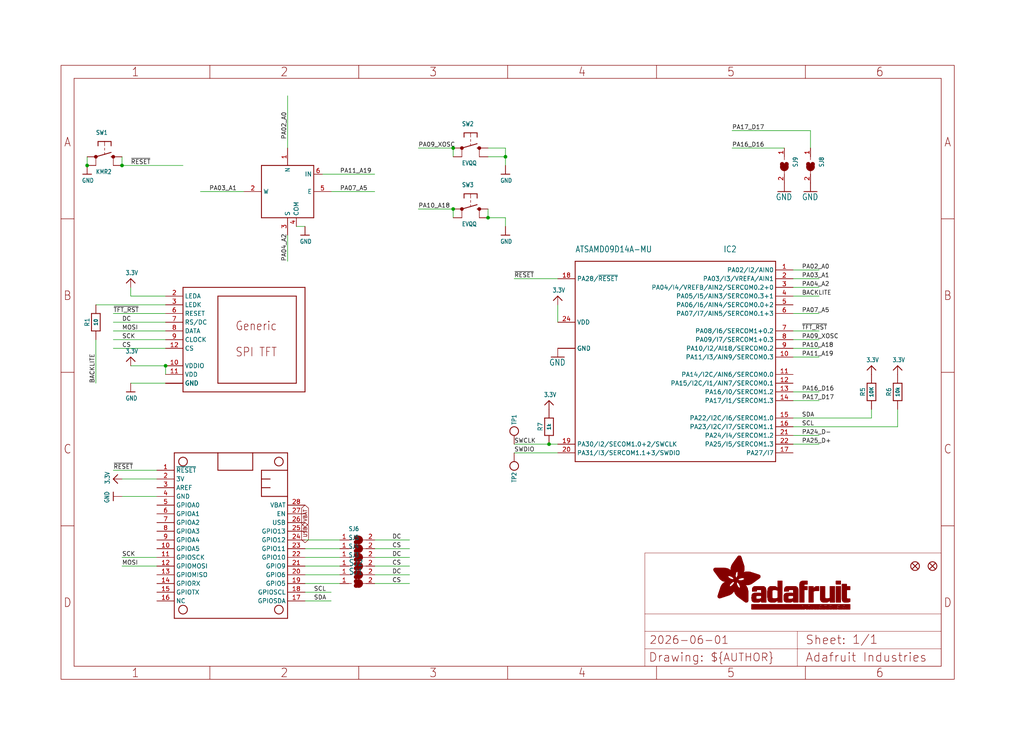
<source format=kicad_sch>
(kicad_sch (version 20230121) (generator eeschema)
  (paper "User" 298.45 217.322)
  (lib_symbols
    (symbol "working-eagle-import:3.3V" (power)
      (property "Value" "3.3V" (at -1.524 1.016 0))
      (symbol "3.3V_1_0"
        (pin power_in line (at 0 -2.54 90) (length 2.54) (name "3.3V") (number "1"))
      )
    )
    (symbol "working-eagle-import:ATSAMD09D14A-MU"
      (property "Reference" "IC" (at 12.7 33.02 0))
      (symbol "ATSAMD09D14A-MU_1_0"
        (pin bidirectional line (at 33.02 27.94 180) (length 5.08) (name "PA02/I2/AIN0") (number "1"))
        (pin bidirectional line (at 33.02 2.54 180) (length 5.08) (name "PA11/I3/AIN9/SERCOM0.3") (number "10"))
        (pin bidirectional line (at 33.02 -2.54 180) (length 5.08) (name "PA14/I2C/AIN6/SERCOM0.0") (number "11"))
        (pin bidirectional line (at 33.02 -5.08 180) (length 5.08) (name "PA15/I2C/I1/AIN7/SERCOM0.1") (number "12"))
        (pin bidirectional line (at 33.02 -7.62 180) (length 5.08) (name "PA16/I0/SERCOM1.2") (number "13"))
        (pin bidirectional line (at 33.02 -10.16 180) (length 5.08) (name "PA17/I1/SERCOM1.3") (number "14"))
        (pin bidirectional line (at 33.02 -15.24 180) (length 5.08) (name "PA22/I2C/I6/SERCOM1.0") (number "15"))
        (pin bidirectional line (at 33.02 -17.78 180) (length 5.08) (name "PA23/I2C/I7/SERCOM1.1") (number "16"))
        (pin bidirectional line (at 33.02 -25.4 180) (length 5.08) (name "PA27/I7") (number "17"))
        (pin bidirectional line (at -35.56 25.4 0) (length 5.08) (name "PA28/~{RESET}") (number "18"))
        (pin bidirectional line (at -35.56 -22.86 0) (length 5.08) (name "PA30/I2/SECOM1.0+2/SWCLK") (number "19"))
        (pin bidirectional line (at 33.02 25.4 180) (length 5.08) (name "PA03/I3/VREFA/AIN1") (number "2"))
        (pin bidirectional line (at -35.56 -25.4 0) (length 5.08) (name "PA31/I3/SERCOM1.1+3/SWDIO") (number "20"))
        (pin bidirectional line (at 33.02 -20.32 180) (length 5.08) (name "PA24/I4/SERCOM1.2") (number "21"))
        (pin bidirectional line (at 33.02 -22.86 180) (length 5.08) (name "PA25/I5/SERCOM1.3") (number "22"))
        (pin power_in line (at -35.56 5.08 0) (length 5.08) (name "GND") (number "23"))
        (pin power_in line (at -35.56 12.7 0) (length 5.08) (name "VDD") (number "24"))
        (pin bidirectional line (at 33.02 22.86 180) (length 5.08) (name "PA04/I4/VREFB/AIN2/SERCOM0.2+0") (number "3"))
        (pin bidirectional line (at 33.02 20.32 180) (length 5.08) (name "PA05/I5/AIN3/SERCOM0.3+1") (number "4"))
        (pin bidirectional line (at 33.02 17.78 180) (length 5.08) (name "PA06/I6/AIN4/SERCOM0.0+2") (number "5"))
        (pin bidirectional line (at 33.02 15.24 180) (length 5.08) (name "PA07/I7/AIN5/SERCOM0.1+3") (number "6"))
        (pin bidirectional line (at 33.02 10.16 180) (length 5.08) (name "PA08/I6/SERCOM1+0.2") (number "7"))
        (pin bidirectional line (at 33.02 7.62 180) (length 5.08) (name "PA09/I7/SERCOM1+0.3") (number "8"))
        (pin bidirectional line (at 33.02 5.08 180) (length 5.08) (name "PA10/I2/AI18/SERCOM0.2") (number "9"))
        (pin power_in line (at -35.56 5.08 0) (length 5.08) (name "GND") (number "THERM"))
      )
    )
    (symbol "working-eagle-import:DISP_LCD_0.9IN_160X80"
      (symbol "DISP_LCD_0.9IN_160X80_1_0"
        (text "Generic" (at -7.62 2.54 0) (effects (font (size 2.54 2.159)) (justify left bottom)))
        (text "SPI TFT" (at -7.62 -5.08 0) (effects (font (size 2.54 2.159)) (justify left bottom)))
        (pin power_in line (at -27.94 -12.7 0) (length 5.08) (name "GND") (number "1"))
        (pin power_in line (at -27.94 -7.62 0) (length 5.08) (name "VDDIO") (number "10"))
        (pin power_in line (at -27.94 -10.16 0) (length 5.08) (name "VDD") (number "11"))
        (pin input line (at -27.94 -2.54 0) (length 5.08) (name "CS") (number "12"))
        (pin power_in line (at -27.94 -12.7 0) (length 5.08) (name "GND") (number "13"))
        (pin input line (at -27.94 12.7 0) (length 5.08) (name "LEDA") (number "2"))
        (pin input line (at -27.94 10.16 0) (length 5.08) (name "LEDK") (number "3"))
        (pin power_in line (at -27.94 -12.7 0) (length 5.08) (name "GND") (number "5"))
        (pin input line (at -27.94 7.62 0) (length 5.08) (name "RESET") (number "6"))
        (pin input line (at -27.94 5.08 0) (length 5.08) (name "RS/DC") (number "7"))
        (pin bidirectional line (at -27.94 2.54 0) (length 5.08) (name "DATA") (number "8"))
        (pin input line (at -27.94 0 0) (length 5.08) (name "CLOCK") (number "9"))
      )
    )
    (symbol "working-eagle-import:FEATHERWING"
      (symbol "FEATHERWING_1_0"
        (pin input line (at 5.08 -5.08 90) (length 5.08) (name "~{RESET}") (number "1"))
        (pin bidirectional line (at 27.94 -5.08 90) (length 5.08) (name "GPIOA5") (number "10"))
        (pin bidirectional line (at 30.48 -5.08 90) (length 5.08) (name "GPIOSCK") (number "11"))
        (pin bidirectional line (at 33.02 -5.08 90) (length 5.08) (name "GPIOMOSI") (number "12"))
        (pin bidirectional line (at 35.56 -5.08 90) (length 5.08) (name "GPIOMISO") (number "13"))
        (pin bidirectional line (at 38.1 -5.08 90) (length 5.08) (name "GPIORX") (number "14"))
        (pin bidirectional line (at 40.64 -5.08 90) (length 5.08) (name "GPIOTX") (number "15"))
        (pin passive line (at 43.18 -5.08 90) (length 5.08) (name "NC") (number "16"))
        (pin bidirectional line (at 43.18 38.1 270) (length 5.08) (name "GPIOSDA") (number "17"))
        (pin bidirectional line (at 40.64 38.1 270) (length 5.08) (name "GPIOSCL") (number "18"))
        (pin bidirectional line (at 38.1 38.1 270) (length 5.08) (name "GPIO5") (number "19"))
        (pin power_in line (at 7.62 -5.08 90) (length 5.08) (name "3V") (number "2"))
        (pin bidirectional line (at 35.56 38.1 270) (length 5.08) (name "GPIO6") (number "20"))
        (pin bidirectional line (at 33.02 38.1 270) (length 5.08) (name "GPIO9") (number "21"))
        (pin bidirectional line (at 30.48 38.1 270) (length 5.08) (name "GPIO10") (number "22"))
        (pin bidirectional line (at 27.94 38.1 270) (length 5.08) (name "GPIO11") (number "23"))
        (pin bidirectional line (at 25.4 38.1 270) (length 5.08) (name "GPIO12") (number "24"))
        (pin bidirectional line (at 22.86 38.1 270) (length 5.08) (name "GPIO13") (number "25"))
        (pin power_in line (at 20.32 38.1 270) (length 5.08) (name "USB") (number "26"))
        (pin passive line (at 17.78 38.1 270) (length 5.08) (name "EN") (number "27"))
        (pin power_in line (at 15.24 38.1 270) (length 5.08) (name "VBAT") (number "28"))
        (pin passive line (at 10.16 -5.08 90) (length 5.08) (name "AREF") (number "3"))
        (pin power_in line (at 12.7 -5.08 90) (length 5.08) (name "GND") (number "4"))
        (pin bidirectional line (at 15.24 -5.08 90) (length 5.08) (name "GPIOA0") (number "5"))
        (pin bidirectional line (at 17.78 -5.08 90) (length 5.08) (name "GPIOA1") (number "6"))
        (pin bidirectional line (at 20.32 -5.08 90) (length 5.08) (name "GPIOA2") (number "7"))
        (pin bidirectional line (at 22.86 -5.08 90) (length 5.08) (name "GPIOA3") (number "8"))
        (pin bidirectional line (at 25.4 -5.08 90) (length 5.08) (name "GPIOA4") (number "9"))
      )
    )
    (symbol "working-eagle-import:FIDUCIAL_1MM")
    (symbol "working-eagle-import:FRAME_A4_ADAFRUIT"
      (symbol "FRAME_A4_ADAFRUIT_1_0"
        (text "${#}/${##}" (at 230.505 10.16 0) (effects (font (size 2.54 2.54)) (justify left bottom)))
        (text "${AUTHOR}" (at 189.23 5.08 0) (effects (font (size 2.286 2.286)) (justify left bottom)))
        (text "${CURRENT_DATE}" (at 171.45 10.16 0) (effects (font (size 2.286 2.286)) (justify left bottom)))
        (text "${PROJECTNAME}" (at 171.45 15.24 0) (effects (font (size 2.54 2.54)) (justify left bottom)))
        (text "1" (at 21.6958 1.905 0) (effects (font (size 2.54 2.286))))
        (text "1" (at 21.6958 177.165 0) (effects (font (size 2.54 2.286))))
        (text "2" (at 65.0875 1.905 0) (effects (font (size 2.54 2.286))))
        (text "2" (at 65.0875 177.165 0) (effects (font (size 2.54 2.286))))
        (text "3" (at 108.4792 1.905 0) (effects (font (size 2.54 2.286))))
        (text "3" (at 108.4792 177.165 0) (effects (font (size 2.54 2.286))))
        (text "4" (at 151.8708 1.905 0) (effects (font (size 2.54 2.286))))
        (text "4" (at 151.8708 177.165 0) (effects (font (size 2.54 2.286))))
        (text "5" (at 195.2625 1.905 0) (effects (font (size 2.54 2.286))))
        (text "5" (at 195.2625 177.165 0) (effects (font (size 2.54 2.286))))
        (text "6" (at 238.6542 1.905 0) (effects (font (size 2.54 2.286))))
        (text "6" (at 238.6542 177.165 0) (effects (font (size 2.54 2.286))))
        (text "A" (at 1.905 156.6863 0) (effects (font (size 2.54 2.286))))
        (text "A" (at 258.445 156.6863 0) (effects (font (size 2.54 2.286))))
        (text "Adafruit Industries" (at 216.916 4.953 0) (effects (font (size 2.54 2.54)) (justify left bottom)))
        (text "B" (at 1.905 111.9188 0) (effects (font (size 2.54 2.286))))
        (text "B" (at 258.445 111.9188 0) (effects (font (size 2.54 2.286))))
        (text "C" (at 1.905 67.1513 0) (effects (font (size 2.54 2.286))))
        (text "C" (at 258.445 67.1513 0) (effects (font (size 2.54 2.286))))
        (text "D" (at 1.905 22.3838 0) (effects (font (size 2.54 2.286))))
        (text "D" (at 258.445 22.3838 0) (effects (font (size 2.54 2.286))))
        (text "Drawing:" (at 171.196 4.953 0) (effects (font (size 2.54 2.54)) (justify left bottom)))
        (text "Sheet:" (at 216.916 10.033 0) (effects (font (size 2.54 2.54)) (justify left bottom)))
      )
    )
    (symbol "working-eagle-import:GND" (power)
      (property "Value" "GND" (at -1.524 -2.54 0))
      (symbol "GND_1_0"
        (pin power_in line (at 0 2.54 270) (length 2.54) (name "GND") (number "1"))
      )
    )
    (symbol "working-eagle-import:NAVSWITCHSKQUABAUE010"
      (symbol "NAVSWITCHSKQUABAUE010_1_0"
        (pin bidirectional line (at 0 12.7 270) (length 5.08) (name "N") (number "1"))
        (pin bidirectional line (at -12.7 0 0) (length 5.08) (name "W") (number "2"))
        (pin bidirectional line (at 0 -12.7 90) (length 5.08) (name "S") (number "3"))
        (pin bidirectional line (at 2.54 -10.16 90) (length 2.54) (name "COM") (number "4"))
        (pin bidirectional line (at 12.7 0 180) (length 5.08) (name "E") (number "5"))
        (pin bidirectional line (at 10.16 5.08 180) (length 2.54) (name "IN") (number "6"))
      )
    )
    (symbol "working-eagle-import:RESISTOR_0603_NOOUT"
      (property "Reference" "R" (at 0 2.54 0))
      (symbol "RESISTOR_0603_NOOUT_1_0"
        (pin passive line (at -5.08 0 0) (length 2.54) (name "1") (number "1"))
        (pin passive line (at 5.08 0 180) (length 2.54) (name "2") (number "2"))
      )
    )
    (symbol "working-eagle-import:SOLDERJUMPER"
      (property "Reference" "SJ" (at -2.54 2.54 0))
      (symbol "SOLDERJUMPER_1_0"
        (pin passive line (at -5.08 0 0) (length 2.54) (name "1") (number "1"))
        (pin passive line (at 5.08 0 180) (length 2.54) (name "2") (number "2"))
      )
    )
    (symbol "working-eagle-import:SOLDERJUMPER_CLOSED"
      (property "Reference" "SJ" (at -2.54 2.54 0))
      (symbol "SOLDERJUMPER_CLOSED_1_0"
        (pin passive line (at -5.08 0 0) (length 2.54) (name "1") (number "1"))
        (pin passive line (at 5.08 0 180) (length 2.54) (name "2") (number "2"))
      )
    )
    (symbol "working-eagle-import:SWITCH_TACT_SMT4.6X2.8"
      (property "Reference" "SW" (at -2.54 6.35 0))
      (symbol "SWITCH_TACT_SMT4.6X2.8_1_0"
        (pin passive line (at -5.08 0 0) (length 2.54) (name "P") (number "A"))
        (pin passive line (at -5.08 -2.54 0) (length 2.54) (name "P1") (number "A'"))
        (pin passive line (at 5.08 0 180) (length 2.54) (name "S") (number "B"))
        (pin passive line (at 5.08 -2.54 180) (length 2.54) (name "S1") (number "B'"))
      )
    )
    (symbol "working-eagle-import:SWITCH_TACT_SMT_EVQQ2_SMALL"
      (property "Reference" "SW" (at -2.54 6.35 0))
      (symbol "SWITCH_TACT_SMT_EVQQ2_SMALL_1_0"
        (pin passive line (at -5.08 0 0) (length 2.54) (name "P") (number "A"))
        (pin passive line (at -5.08 -2.54 0) (length 2.54) (name "P1") (number "A'"))
        (pin passive line (at 5.08 0 180) (length 2.54) (name "S") (number "B"))
        (pin passive line (at 5.08 -2.54 180) (length 2.54) (name "S1") (number "B'"))
      )
    )
    (symbol "working-eagle-import:TESTPOINTROUND2MM"
      (property "Reference" "TP" (at 0 5.588 90))
      (symbol "TESTPOINTROUND2MM_1_0"
        (pin bidirectional line (at 0 0 90) (length 2.54) (name "P$1") (number "P$1"))
      )
    )
    (symbol "working-eagle-import:supply1_GND" (power)
      (property "Value" "supply1_GND" (at -2.54 -2.54 0))
      (symbol "supply1_GND_1_0"
        (pin power_in line (at 0 2.54 270) (length 2.54) (name "GND") (number "1"))
      )
    )
  )
  (junction (at 147.32 45.72))
  (junction (at 142.24 63.5))
  (junction (at 48.26 106.68))
  (junction (at 132.08 60.96))
  (junction (at 35.56 48.26))
  (junction (at 132.08 43.18))
  (junction (at 25.4 48.26))
  (junction (at 160.02 129.54))
  (wire (pts (xy 142.24 43.18) (xy 147.32 43.18)) (stroke (width 0.1524)))
  (wire (pts (xy 132.08 43.18) (xy 132.08 45.72)) (stroke (width 0.1524)))
  (wire (pts (xy 83.82 68.58) (xy 83.82 76.2)) (stroke (width 0.1524)))
  (wire (pts (xy 231.14 121.92) (xy 254 121.92)) (stroke (width 0.1524)))
  (wire (pts (xy 142.24 63.5) (xy 147.32 63.5)) (stroke (width 0.1524)))
  (wire (pts (xy 33.02 101.6) (xy 48.26 101.6)) (stroke (width 0.1524)))
  (wire (pts (xy 231.14 78.74) (xy 238.76 78.74)) (stroke (width 0.1524)))
  (wire (pts (xy 96.52 55.88) (xy 109.22 55.88)) (stroke (width 0.1524)))
  (wire (pts (xy 119.38 167.64) (xy 109.22 167.64)) (stroke (width 0.1524)))
  (wire (pts (xy 99.06 165.1) (xy 88.9 165.1)) (stroke (width 0.1524)))
  (wire (pts (xy 88.9 170.18) (xy 99.06 170.18)) (stroke (width 0.1524)))
  (wire (pts (xy 33.02 96.52) (xy 48.26 96.52)) (stroke (width 0.1524)))
  (wire (pts (xy 142.24 45.72) (xy 147.32 45.72)) (stroke (width 0.1524)))
  (wire (pts (xy 96.52 172.72) (xy 88.9 172.72)) (stroke (width 0.1524)))
  (wire (pts (xy 231.14 101.6) (xy 238.76 101.6)) (stroke (width 0.1524)))
  (wire (pts (xy 238.76 86.36) (xy 231.14 86.36)) (stroke (width 0.1524)))
  (wire (pts (xy 93.98 50.8) (xy 109.22 50.8)) (stroke (width 0.1524)))
  (wire (pts (xy 109.22 162.56) (xy 119.38 162.56)) (stroke (width 0.1524)))
  (wire (pts (xy 99.06 160.02) (xy 88.9 160.02)) (stroke (width 0.1524)))
  (wire (pts (xy 48.26 86.36) (xy 38.1 86.36)) (stroke (width 0.1524)))
  (wire (pts (xy 38.1 106.68) (xy 48.26 106.68)) (stroke (width 0.1524)))
  (wire (pts (xy 231.14 96.52) (xy 238.76 96.52)) (stroke (width 0.1524)))
  (wire (pts (xy 231.14 83.82) (xy 238.76 83.82)) (stroke (width 0.1524)))
  (wire (pts (xy 119.38 165.1) (xy 109.22 165.1)) (stroke (width 0.1524)))
  (wire (pts (xy 48.26 93.98) (xy 33.02 93.98)) (stroke (width 0.1524)))
  (wire (pts (xy 236.22 38.1) (xy 236.22 43.18)) (stroke (width 0.1524)))
  (wire (pts (xy 162.56 88.9) (xy 162.56 93.98)) (stroke (width 0.1524)))
  (wire (pts (xy 83.82 27.94) (xy 83.82 43.18)) (stroke (width 0.1524)))
  (wire (pts (xy 231.14 127) (xy 238.76 127)) (stroke (width 0.1524)))
  (wire (pts (xy 33.02 137.16) (xy 45.72 137.16)) (stroke (width 0.1524)))
  (wire (pts (xy 147.32 43.18) (xy 147.32 45.72)) (stroke (width 0.1524)))
  (wire (pts (xy 48.26 109.22) (xy 48.26 106.68)) (stroke (width 0.1524)))
  (wire (pts (xy 238.76 104.14) (xy 231.14 104.14)) (stroke (width 0.1524)))
  (wire (pts (xy 35.56 165.1) (xy 45.72 165.1)) (stroke (width 0.1524)))
  (wire (pts (xy 99.06 167.64) (xy 88.9 167.64)) (stroke (width 0.1524)))
  (wire (pts (xy 99.06 162.56) (xy 88.9 162.56)) (stroke (width 0.1524)))
  (wire (pts (xy 231.14 114.3) (xy 238.76 114.3)) (stroke (width 0.1524)))
  (wire (pts (xy 231.14 124.46) (xy 261.62 124.46)) (stroke (width 0.1524)))
  (wire (pts (xy 71.12 55.88) (xy 58.42 55.88)) (stroke (width 0.1524)))
  (wire (pts (xy 35.56 139.7) (xy 45.72 139.7)) (stroke (width 0.1524)))
  (wire (pts (xy 238.76 99.06) (xy 231.14 99.06)) (stroke (width 0.1524)))
  (wire (pts (xy 238.76 116.84) (xy 231.14 116.84)) (stroke (width 0.1524)))
  (wire (pts (xy 45.72 162.56) (xy 35.56 162.56)) (stroke (width 0.1524)))
  (wire (pts (xy 88.9 175.26) (xy 96.52 175.26)) (stroke (width 0.1524)))
  (wire (pts (xy 132.08 60.96) (xy 132.08 63.5)) (stroke (width 0.1524)))
  (wire (pts (xy 238.76 91.44) (xy 231.14 91.44)) (stroke (width 0.1524)))
  (wire (pts (xy 142.24 60.96) (xy 142.24 63.5)) (stroke (width 0.1524)))
  (wire (pts (xy 48.26 88.9) (xy 27.94 88.9)) (stroke (width 0.1524)))
  (wire (pts (xy 162.56 81.28) (xy 149.86 81.28)) (stroke (width 0.1524)))
  (wire (pts (xy 109.22 157.48) (xy 119.38 157.48)) (stroke (width 0.1524)))
  (wire (pts (xy 147.32 45.72) (xy 147.32 48.26)) (stroke (width 0.1524)))
  (wire (pts (xy 121.92 60.96) (xy 132.08 60.96)) (stroke (width 0.1524)))
  (wire (pts (xy 88.9 66.04) (xy 86.36 66.04)) (stroke (width 0.1524)))
  (wire (pts (xy 254 119.38) (xy 254 121.92)) (stroke (width 0.1524)))
  (wire (pts (xy 35.56 45.72) (xy 35.56 48.26)) (stroke (width 0.1524)))
  (wire (pts (xy 132.08 43.18) (xy 121.92 43.18)) (stroke (width 0.1524)))
  (wire (pts (xy 238.76 129.54) (xy 231.14 129.54)) (stroke (width 0.1524)))
  (wire (pts (xy 38.1 111.76) (xy 48.26 111.76)) (stroke (width 0.1524)))
  (wire (pts (xy 160.02 129.54) (xy 162.56 129.54)) (stroke (width 0.1524)))
  (wire (pts (xy 213.36 38.1) (xy 236.22 38.1)) (stroke (width 0.1524)))
  (wire (pts (xy 109.22 170.18) (xy 119.38 170.18)) (stroke (width 0.1524)))
  (wire (pts (xy 119.38 160.02) (xy 109.22 160.02)) (stroke (width 0.1524)))
  (wire (pts (xy 261.62 124.46) (xy 261.62 119.38)) (stroke (width 0.1524)))
  (wire (pts (xy 35.56 144.78) (xy 45.72 144.78)) (stroke (width 0.1524)))
  (wire (pts (xy 99.06 157.48) (xy 88.9 157.48)) (stroke (width 0.1524)))
  (wire (pts (xy 48.26 91.44) (xy 33.02 91.44)) (stroke (width 0.1524)))
  (wire (pts (xy 213.36 43.18) (xy 228.6 43.18)) (stroke (width 0.1524)))
  (wire (pts (xy 35.56 48.26) (xy 53.34 48.26)) (stroke (width 0.1524)))
  (wire (pts (xy 162.56 132.08) (xy 149.86 132.08)) (stroke (width 0.1524)))
  (wire (pts (xy 25.4 45.72) (xy 25.4 48.26)) (stroke (width 0.1524)))
  (wire (pts (xy 27.94 99.06) (xy 27.94 111.76)) (stroke (width 0.1524)))
  (wire (pts (xy 48.26 99.06) (xy 33.02 99.06)) (stroke (width 0.1524)))
  (wire (pts (xy 38.1 86.36) (xy 38.1 83.82)) (stroke (width 0.1524)))
  (wire (pts (xy 238.76 81.28) (xy 231.14 81.28)) (stroke (width 0.1524)))
  (wire (pts (xy 149.86 129.54) (xy 160.02 129.54)) (stroke (width 0.1524)))
  (wire (pts (xy 147.32 63.5) (xy 147.32 66.04)) (stroke (width 0.1524)))
  (label "~{RESET}" (at 149.86 81.28 0) (effects (font (size 1.2446 1.2446))))
  (label "DC" (at 114.3 157.48 0) (effects (font (size 1.2446 1.2446))))
  (label "CS" (at 114.3 165.1 0) (effects (font (size 1.2446 1.2446))))
  (label "PA17_D17" (at 213.36 38.1 0) (effects (font (size 1.2446 1.2446))))
  (label "PA11_A19" (at 99.06 50.8 0) (effects (font (size 1.2446 1.2446))))
  (label "PA04_A2" (at 233.68 83.82 0) (effects (font (size 1.2446 1.2446))))
  (label "MOSI" (at 35.56 96.52 0) (effects (font (size 1.2446 1.2446))))
  (label "~{RESET}" (at 38.1 48.26 0) (effects (font (size 1.2446 1.2446))))
  (label "PA03_A1" (at 60.96 55.88 0) (effects (font (size 1.2446 1.2446))))
  (label "PA11_A19" (at 233.68 104.14 0) (effects (font (size 1.2446 1.2446))))
  (label "PA10_A18" (at 233.68 101.6 0) (effects (font (size 1.2446 1.2446))))
  (label "BACKLITE" (at 233.68 86.36 0) (effects (font (size 1.2446 1.2446))))
  (label "PA07_A5" (at 233.68 91.44 0) (effects (font (size 1.2446 1.2446))))
  (label "~{TFT_RST}" (at 233.68 96.52 0) (effects (font (size 1.2446 1.2446))))
  (label "PA16_D16" (at 213.36 43.18 0) (effects (font (size 1.2446 1.2446))))
  (label "BACKLITE" (at 27.94 111.76 90) (effects (font (size 1.2446 1.2446))))
  (label "DC" (at 35.56 93.98 0) (effects (font (size 1.2446 1.2446))))
  (label "DC" (at 114.3 162.56 0) (effects (font (size 1.2446 1.2446))))
  (label "SCK" (at 35.56 162.56 0) (effects (font (size 1.2446 1.2446))))
  (label "SWCLK" (at 149.86 129.54 0) (effects (font (size 1.2446 1.2446))))
  (label "CS" (at 114.3 160.02 0) (effects (font (size 1.2446 1.2446))))
  (label "~{TFT_RST}" (at 33.02 91.44 0) (effects (font (size 1.2446 1.2446))))
  (label "PA16_D16" (at 233.68 114.3 0) (effects (font (size 1.2446 1.2446))))
  (label "CS" (at 114.3 170.18 0) (effects (font (size 1.2446 1.2446))))
  (label "MOSI" (at 35.56 165.1 0) (effects (font (size 1.2446 1.2446))))
  (label "PA17_D17" (at 233.68 116.84 0) (effects (font (size 1.2446 1.2446))))
  (label "PA24_D-" (at 233.68 127 0) (effects (font (size 1.2446 1.2446))))
  (label "PA07_A5" (at 99.06 55.88 0) (effects (font (size 1.2446 1.2446))))
  (label "~{RESET}" (at 33.02 137.16 0) (effects (font (size 1.2446 1.2446))))
  (label "PA10_A18" (at 121.92 60.96 0) (effects (font (size 1.2446 1.2446))))
  (label "PA04_A2" (at 83.82 76.2 90) (effects (font (size 1.2446 1.2446))))
  (label "DC" (at 114.3 167.64 0) (effects (font (size 1.2446 1.2446))))
  (label "SDA" (at 91.44 175.26 0) (effects (font (size 1.2446 1.2446))))
  (label "SCL" (at 233.68 124.46 0) (effects (font (size 1.2446 1.2446))))
  (label "SWDIO" (at 149.86 132.08 0) (effects (font (size 1.2446 1.2446))))
  (label "SDA" (at 233.68 121.92 0) (effects (font (size 1.2446 1.2446))))
  (label "SCK" (at 35.56 99.06 0) (effects (font (size 1.2446 1.2446))))
  (label "SCL" (at 91.44 172.72 0) (effects (font (size 1.2446 1.2446))))
  (label "PA25_D+" (at 233.68 129.54 0) (effects (font (size 1.2446 1.2446))))
  (label "PA02_A0" (at 83.82 40.64 90) (effects (font (size 1.2446 1.2446))))
  (label "CS" (at 35.56 101.6 0) (effects (font (size 1.2446 1.2446))))
  (label "PA02_A0" (at 233.68 78.74 0) (effects (font (size 1.2446 1.2446))))
  (label "PA09_XOSC" (at 121.92 43.18 0) (effects (font (size 1.2446 1.2446))))
  (label "PA03_A1" (at 233.68 81.28 0) (effects (font (size 1.2446 1.2446))))
  (label "PA09_XOSC" (at 233.68 99.06 0) (effects (font (size 1.2446 1.2446))))
  (global_label "USB" (shape bidirectional) (at 88.9 152.4 270) (effects (font (size 1.016 1.016))) (property "Intersheetrefs" "${INTERSHEET_REFS}" (effects hide)))
  (global_label "VBAT" (shape bidirectional) (at 88.9 147.32 270) (effects (font (size 1.016 1.016))) (property "Intersheetrefs" "${INTERSHEET_REFS}" (effects hide)))
  (symbol (lib_id "working-eagle-import:SWITCH_TACT_SMT_EVQQ2_SMALL") (at 137.16 60.96 0) (unit 1)
    (property "Reference" "SW3" (at 134.62 54.61 0) (effects (font (size 1.27 1.0795)) (justify left bottom)))
    (property "Value" "EVQQ" (at 134.62 66.04 0) (effects (font (size 1.27 1.0795)) (justify left bottom)))
    (property "Footprint" "working:EVQ-Q2_SMALLER" (effects hide))
  )
  (symbol (lib_id "working-eagle-import:GND") (at 33.02 144.78 270) (unit 1)
    (property "Reference" "#U$7" (effects hide))
    (property "Value" "GND" (at 30.48 143.256 0) (effects (font (size 1.27 1.0795)) (justify left bottom)))
  )
  (symbol (lib_id "working-eagle-import:supply1_GND") (at 228.6 55.88 0) (unit 1)
    (property "Reference" "#GND5" (effects hide))
    (property "Value" "GND" (at 226.06 58.42 0) (effects (font (size 1.778 1.5113)) (justify left bottom)))
  )
  (symbol (lib_id "working-eagle-import:DISP_LCD_0.9IN_160X80") (at 76.2 99.06 0) (unit 1)
    (property "Reference" "U$2" (effects hide))
    (property "Value" "DISP_LCD_0.9IN_160X80" (effects hide))
    (property "Footprint" "working:TFT_0.96IN_160X80" (effects hide))
  )
  (symbol (lib_id "working-eagle-import:TESTPOINTROUND2MM") (at 149.86 129.54 0) (unit 1)
    (property "Reference" "TP1" (at 149.86 123.952 90) (effects (font (size 1.27 1.0795)) (justify left)))
    (property "Value" "TESTPOINTROUND2MM" (effects hide))
    (property "Footprint" "working:TESTPOINT_ROUND_2MM" (effects hide))
  )
  (symbol (lib_id "working-eagle-import:GND") (at 147.32 50.8 0) (unit 1)
    (property "Reference" "#U$10" (effects hide))
    (property "Value" "GND" (at 145.796 53.34 0) (effects (font (size 1.27 1.0795)) (justify left bottom)))
  )
  (symbol (lib_id "working-eagle-import:supply1_GND") (at 236.22 55.88 0) (unit 1)
    (property "Reference" "#GND6" (effects hide))
    (property "Value" "GND" (at 233.68 58.42 0) (effects (font (size 1.778 1.5113)) (justify left bottom)))
  )
  (symbol (lib_id "working-eagle-import:3.3V") (at 160.02 116.84 0) (unit 1)
    (property "Reference" "#U$21" (effects hide))
    (property "Value" "3.3V" (at 158.496 115.824 0) (effects (font (size 1.27 1.0795)) (justify left bottom)))
  )
  (symbol (lib_id "working-eagle-import:FIDUCIAL_1MM") (at 271.78 165.1 0) (unit 1)
    (property "Reference" "FID1" (effects hide))
    (property "Value" "FIDUCIAL_1MM" (effects hide))
    (property "Footprint" "working:FIDUCIAL_1MM" (effects hide))
  )
  (symbol (lib_id "working-eagle-import:GND") (at 147.32 68.58 0) (unit 1)
    (property "Reference" "#U$3" (effects hide))
    (property "Value" "GND" (at 145.796 71.12 0) (effects (font (size 1.27 1.0795)) (justify left bottom)))
  )
  (symbol (lib_id "working-eagle-import:GND") (at 25.4 50.8 0) (unit 1)
    (property "Reference" "#U$9" (effects hide))
    (property "Value" "GND" (at 23.876 53.34 0) (effects (font (size 1.27 1.0795)) (justify left bottom)))
  )
  (symbol (lib_id "working-eagle-import:SOLDERJUMPER") (at 236.22 48.26 270) (unit 1)
    (property "Reference" "SJ8" (at 238.76 45.72 0) (effects (font (size 1.27 1.0795)) (justify left bottom)))
    (property "Value" "SOLDERJUMPER" (effects hide))
    (property "Footprint" "working:SOLDERJUMPER_ARROW_NOPASTE" (effects hide))
  )
  (symbol (lib_id "working-eagle-import:SOLDERJUMPER") (at 104.14 157.48 0) (unit 1)
    (property "Reference" "SJ6" (at 101.6 154.94 0) (effects (font (size 1.27 1.0795)) (justify left bottom)))
    (property "Value" "SOLDERJUMPER" (effects hide))
    (property "Footprint" "working:SOLDERJUMPER_ARROW_NOPASTE" (effects hide))
  )
  (symbol (lib_id "working-eagle-import:3.3V") (at 38.1 104.14 0) (unit 1)
    (property "Reference" "#U$13" (effects hide))
    (property "Value" "3.3V" (at 36.576 103.124 0) (effects (font (size 1.27 1.0795)) (justify left bottom)))
  )
  (symbol (lib_id "working-eagle-import:3.3V") (at 254 106.68 0) (unit 1)
    (property "Reference" "#U$22" (effects hide))
    (property "Value" "3.3V" (at 252.476 105.664 0) (effects (font (size 1.27 1.0795)) (justify left bottom)))
  )
  (symbol (lib_id "working-eagle-import:FIDUCIAL_1MM") (at 266.7 165.1 0) (unit 1)
    (property "Reference" "FID2" (effects hide))
    (property "Value" "FIDUCIAL_1MM" (effects hide))
    (property "Footprint" "working:FIDUCIAL_1MM" (effects hide))
  )
  (symbol (lib_id "working-eagle-import:SOLDERJUMPER_CLOSED") (at 104.14 167.64 0) (unit 1)
    (property "Reference" "SJ2" (at 101.6 165.1 0) (effects (font (size 1.778 1.5113)) (justify left bottom)))
    (property "Value" "SOLDERJUMPER_CLOSED" (effects hide))
    (property "Footprint" "working:SOLDERJUMPER_CLOSEDWIRE" (effects hide))
  )
  (symbol (lib_id "working-eagle-import:NAVSWITCHSKQUABAUE010") (at 83.82 55.88 0) (unit 1)
    (property "Reference" "SW4" (effects hide))
    (property "Value" "NAVSWITCHSKQUABAUE010" (effects hide))
    (property "Footprint" "working:SKQUBAE010" (effects hide))
  )
  (symbol (lib_id "working-eagle-import:SOLDERJUMPER") (at 104.14 165.1 0) (unit 1)
    (property "Reference" "SJ3" (at 101.6 162.56 0) (effects (font (size 1.27 1.0795)) (justify left bottom)))
    (property "Value" "SOLDERJUMPER" (effects hide))
    (property "Footprint" "working:SOLDERJUMPER_ARROW_NOPASTE" (effects hide))
  )
  (symbol (lib_id "working-eagle-import:RESISTOR_0603_NOOUT") (at 160.02 124.46 90) (unit 1)
    (property "Reference" "R7" (at 157.48 124.46 0))
    (property "Value" "1k" (at 160.02 124.46 0) (effects (font (size 1.016 1.016) bold)))
    (property "Footprint" "working:0603-NO" (effects hide))
  )
  (symbol (lib_id "working-eagle-import:SOLDERJUMPER") (at 104.14 160.02 0) (unit 1)
    (property "Reference" "SJ5" (at 101.6 157.48 0) (effects (font (size 1.27 1.0795)) (justify left bottom)))
    (property "Value" "SOLDERJUMPER" (effects hide))
    (property "Footprint" "working:SOLDERJUMPER_ARROW_NOPASTE" (effects hide))
  )
  (symbol (lib_id "working-eagle-import:FRAME_A4_ADAFRUIT") (at 17.78 198.12 0) (unit 1)
    (property "Reference" "#U$1" (effects hide))
    (property "Value" "FRAME_A4_ADAFRUIT" (effects hide))
  )
  (symbol (lib_id "working-eagle-import:RESISTOR_0603_NOOUT") (at 27.94 93.98 90) (unit 1)
    (property "Reference" "R1" (at 25.4 93.98 0))
    (property "Value" "10" (at 27.94 93.98 0) (effects (font (size 1.016 1.016) bold)))
    (property "Footprint" "working:0603-NO" (effects hide))
  )
  (symbol (lib_id "working-eagle-import:GND") (at 88.9 68.58 0) (unit 1)
    (property "Reference" "#U$11" (effects hide))
    (property "Value" "GND" (at 87.376 71.12 0) (effects (font (size 1.27 1.0795)) (justify left bottom)))
  )
  (symbol (lib_id "working-eagle-import:GND") (at 38.1 114.3 0) (unit 1)
    (property "Reference" "#U$5" (effects hide))
    (property "Value" "GND" (at 36.576 116.84 0) (effects (font (size 1.27 1.0795)) (justify left bottom)))
  )
  (symbol (lib_id "working-eagle-import:RESISTOR_0603_NOOUT") (at 254 114.3 90) (unit 1)
    (property "Reference" "R5" (at 251.46 114.3 0))
    (property "Value" "10K" (at 254 114.3 0) (effects (font (size 1.016 1.016) bold)))
    (property "Footprint" "working:0603-NO" (effects hide))
  )
  (symbol (lib_id "working-eagle-import:supply1_GND") (at 162.56 104.14 0) (unit 1)
    (property "Reference" "#GND3" (effects hide))
    (property "Value" "GND" (at 160.02 106.68 0) (effects (font (size 1.778 1.5113)) (justify left bottom)))
  )
  (symbol (lib_id "working-eagle-import:SOLDERJUMPER_CLOSED") (at 104.14 170.18 0) (unit 1)
    (property "Reference" "SJ1" (at 101.6 167.64 0) (effects (font (size 1.778 1.5113)) (justify left bottom)))
    (property "Value" "SOLDERJUMPER_CLOSED" (effects hide))
    (property "Footprint" "working:SOLDERJUMPER_CLOSEDWIRE" (effects hide))
  )
  (symbol (lib_id "working-eagle-import:FEATHERWING") (at 50.8 132.08 270) (unit 1)
    (property "Reference" "MS1" (effects hide))
    (property "Value" "FEATHERWING" (effects hide))
    (property "Footprint" "working:FEATHERWING" (effects hide))
  )
  (symbol (lib_id "working-eagle-import:RESISTOR_0603_NOOUT") (at 261.62 114.3 90) (unit 1)
    (property "Reference" "R6" (at 259.08 114.3 0))
    (property "Value" "10k" (at 261.62 114.3 0) (effects (font (size 1.016 1.016) bold)))
    (property "Footprint" "working:0603-NO" (effects hide))
  )
  (symbol (lib_id "working-eagle-import:3.3V") (at 33.02 139.7 90) (unit 1)
    (property "Reference" "#U$6" (effects hide))
    (property "Value" "3.3V" (at 32.004 141.224 0) (effects (font (size 1.27 1.0795)) (justify left bottom)))
  )
  (symbol (lib_id "working-eagle-import:TESTPOINTROUND2MM") (at 149.86 132.08 180) (unit 1)
    (property "Reference" "TP2" (at 149.86 137.668 90) (effects (font (size 1.27 1.0795)) (justify left)))
    (property "Value" "TESTPOINTROUND2MM" (effects hide))
    (property "Footprint" "working:TESTPOINT_ROUND_2MM" (effects hide))
  )
  (symbol (lib_id "working-eagle-import:SOLDERJUMPER") (at 104.14 162.56 0) (unit 1)
    (property "Reference" "SJ4" (at 101.6 160.02 0) (effects (font (size 1.27 1.0795)) (justify left bottom)))
    (property "Value" "SOLDERJUMPER" (effects hide))
    (property "Footprint" "working:SOLDERJUMPER_ARROW_NOPASTE" (effects hide))
  )
  (symbol (lib_id "working-eagle-import:3.3V") (at 162.56 86.36 0) (unit 1)
    (property "Reference" "#U$20" (effects hide))
    (property "Value" "3.3V" (at 161.036 85.344 0) (effects (font (size 1.27 1.0795)) (justify left bottom)))
  )
  (symbol (lib_id "working-eagle-import:ATSAMD09D14A-MU") (at 198.12 106.68 0) (unit 1)
    (property "Reference" "IC2" (at 210.82 73.66 0) (effects (font (size 1.778 1.5113)) (justify left bottom)))
    (property "Value" "ATSAMD09D14A-MU" (at 167.64 73.66 0) (effects (font (size 1.778 1.5113)) (justify left bottom)))
    (property "Footprint" "working:QFN24_4MM" (effects hide))
  )
  (symbol (lib_id "working-eagle-import:3.3V") (at 261.62 106.68 0) (unit 1)
    (property "Reference" "#U$23" (effects hide))
    (property "Value" "3.3V" (at 260.096 105.664 0) (effects (font (size 1.27 1.0795)) (justify left bottom)))
  )
  (symbol (lib_id "working-eagle-import:SOLDERJUMPER") (at 228.6 48.26 270) (unit 1)
    (property "Reference" "SJ9" (at 231.14 45.72 0) (effects (font (size 1.27 1.0795)) (justify left bottom)))
    (property "Value" "SOLDERJUMPER" (effects hide))
    (property "Footprint" "working:SOLDERJUMPER_ARROW_NOPASTE" (effects hide))
  )
  (symbol (lib_id "working-eagle-import:SWITCH_TACT_SMT4.6X2.8") (at 30.48 45.72 0) (unit 1)
    (property "Reference" "SW1" (at 27.94 39.37 0) (effects (font (size 1.27 1.0795)) (justify left bottom)))
    (property "Value" "KMR2" (at 27.94 50.8 0) (effects (font (size 1.27 1.0795)) (justify left bottom)))
    (property "Footprint" "working:BTN_KMR2_4.6X2.8" (effects hide))
  )
  (symbol (lib_id "working-eagle-import:SWITCH_TACT_SMT_EVQQ2_SMALL") (at 137.16 43.18 0) (unit 1)
    (property "Reference" "SW2" (at 134.62 36.83 0) (effects (font (size 1.27 1.0795)) (justify left bottom)))
    (property "Value" "EVQQ" (at 134.62 48.26 0) (effects (font (size 1.27 1.0795)) (justify left bottom)))
    (property "Footprint" "working:EVQ-Q2_SMALLER" (effects hide))
  )
  (symbol (lib_id "working-eagle-import:3.3V") (at 38.1 81.28 0) (unit 1)
    (property "Reference" "#U$15" (effects hide))
    (property "Value" "3.3V" (at 36.576 80.264 0) (effects (font (size 1.27 1.0795)) (justify left bottom)))
  )
)
</source>
